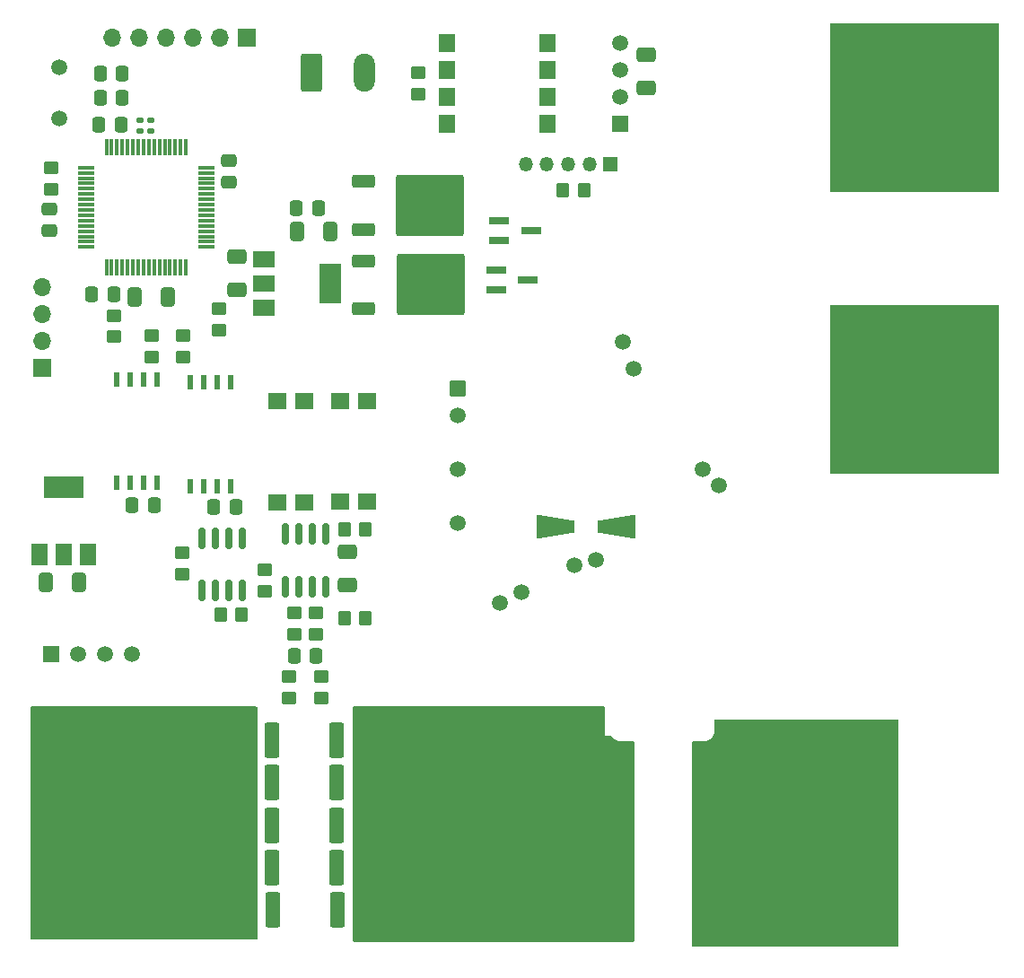
<source format=gbr>
%TF.GenerationSoftware,KiCad,Pcbnew,7.0.9*%
%TF.CreationDate,2024-06-20T22:38:46+05:30*%
%TF.ProjectId,BMS_Master,424d535f-4d61-4737-9465-722e6b696361,rev?*%
%TF.SameCoordinates,Original*%
%TF.FileFunction,Soldermask,Top*%
%TF.FilePolarity,Negative*%
%FSLAX46Y46*%
G04 Gerber Fmt 4.6, Leading zero omitted, Abs format (unit mm)*
G04 Created by KiCad (PCBNEW 7.0.9) date 2024-06-20 22:38:46*
%MOMM*%
%LPD*%
G01*
G04 APERTURE LIST*
G04 Aperture macros list*
%AMRoundRect*
0 Rectangle with rounded corners*
0 $1 Rounding radius*
0 $2 $3 $4 $5 $6 $7 $8 $9 X,Y pos of 4 corners*
0 Add a 4 corners polygon primitive as box body*
4,1,4,$2,$3,$4,$5,$6,$7,$8,$9,$2,$3,0*
0 Add four circle primitives for the rounded corners*
1,1,$1+$1,$2,$3*
1,1,$1+$1,$4,$5*
1,1,$1+$1,$6,$7*
1,1,$1+$1,$8,$9*
0 Add four rect primitives between the rounded corners*
20,1,$1+$1,$2,$3,$4,$5,0*
20,1,$1+$1,$4,$5,$6,$7,0*
20,1,$1+$1,$6,$7,$8,$9,0*
20,1,$1+$1,$8,$9,$2,$3,0*%
%AMOutline4P*
0 Free polygon, 4 corners , with rotation*
0 The origin of the aperture is its center*
0 number of corners: always 4*
0 $1 to $8 corner X, Y*
0 $9 Rotation angle, in degrees counterclockwise*
0 create outline with 4 corners*
4,1,4,$1,$2,$3,$4,$5,$6,$7,$8,$1,$2,$9*%
G04 Aperture macros list end*
%ADD10R,1.498600X1.498600*%
%ADD11C,1.498600*%
%ADD12R,0.558800X1.473200*%
%ADD13Outline4P,-1.800000X-1.150000X1.800000X-0.550000X1.800000X0.550000X-1.800000X1.150000X180.000000*%
%ADD14Outline4P,-1.800000X-1.150000X1.800000X-0.550000X1.800000X0.550000X-1.800000X1.150000X0.000000*%
%ADD15RoundRect,0.249999X-0.450001X-1.425001X0.450001X-1.425001X0.450001X1.425001X-0.450001X1.425001X0*%
%ADD16RoundRect,0.075000X-0.700000X-0.075000X0.700000X-0.075000X0.700000X0.075000X-0.700000X0.075000X0*%
%ADD17RoundRect,0.075000X-0.075000X-0.700000X0.075000X-0.700000X0.075000X0.700000X-0.075000X0.700000X0*%
%ADD18RoundRect,0.135000X0.185000X-0.135000X0.185000X0.135000X-0.185000X0.135000X-0.185000X-0.135000X0*%
%ADD19R,1.780000X1.500000*%
%ADD20R,1.900000X0.800000*%
%ADD21RoundRect,0.250000X-0.750000X-1.550000X0.750000X-1.550000X0.750000X1.550000X-0.750000X1.550000X0*%
%ADD22O,2.000000X3.600000*%
%ADD23RoundRect,0.250000X0.412500X0.650000X-0.412500X0.650000X-0.412500X-0.650000X0.412500X-0.650000X0*%
%ADD24RoundRect,0.135000X-0.185000X0.135000X-0.185000X-0.135000X0.185000X-0.135000X0.185000X0.135000X0*%
%ADD25RoundRect,0.250000X-0.450000X0.350000X-0.450000X-0.350000X0.450000X-0.350000X0.450000X0.350000X0*%
%ADD26RoundRect,0.250000X-0.850000X-0.350000X0.850000X-0.350000X0.850000X0.350000X-0.850000X0.350000X0*%
%ADD27RoundRect,0.249997X-2.950003X-2.650003X2.950003X-2.650003X2.950003X2.650003X-2.950003X2.650003X0*%
%ADD28R,2.000000X1.500000*%
%ADD29R,2.000000X3.800000*%
%ADD30RoundRect,0.150000X0.150000X-0.825000X0.150000X0.825000X-0.150000X0.825000X-0.150000X-0.825000X0*%
%ADD31RoundRect,0.250000X-0.350000X-0.450000X0.350000X-0.450000X0.350000X0.450000X-0.350000X0.450000X0*%
%ADD32RoundRect,0.250000X-0.475000X0.337500X-0.475000X-0.337500X0.475000X-0.337500X0.475000X0.337500X0*%
%ADD33RoundRect,0.250000X-0.337500X-0.475000X0.337500X-0.475000X0.337500X0.475000X-0.337500X0.475000X0*%
%ADD34RoundRect,0.250000X-0.650000X0.412500X-0.650000X-0.412500X0.650000X-0.412500X0.650000X0.412500X0*%
%ADD35R,1.700000X1.700000*%
%ADD36O,1.700000X1.700000*%
%ADD37RoundRect,0.250000X0.475000X-0.337500X0.475000X0.337500X-0.475000X0.337500X-0.475000X-0.337500X0*%
%ADD38RoundRect,0.250000X0.350000X0.450000X-0.350000X0.450000X-0.350000X-0.450000X0.350000X-0.450000X0*%
%ADD39C,16.800000*%
%ADD40RoundRect,0.250000X0.450000X-0.350000X0.450000X0.350000X-0.450000X0.350000X-0.450000X-0.350000X0*%
%ADD41C,1.500000*%
%ADD42R,15.000000X15.000000*%
%ADD43RoundRect,0.250000X0.337500X0.475000X-0.337500X0.475000X-0.337500X-0.475000X0.337500X-0.475000X0*%
%ADD44C,1.512000*%
%ADD45RoundRect,0.102000X-0.654000X0.654000X-0.654000X-0.654000X0.654000X-0.654000X0.654000X0.654000X0*%
%ADD46RoundRect,0.250000X0.650000X-0.412500X0.650000X0.412500X-0.650000X0.412500X-0.650000X-0.412500X0*%
%ADD47RoundRect,0.250000X-0.412500X-0.650000X0.412500X-0.650000X0.412500X0.650000X-0.412500X0.650000X0*%
%ADD48R,1.350000X1.350000*%
%ADD49O,1.350000X1.350000*%
%ADD50R,1.500000X2.000000*%
%ADD51R,3.800000X2.000000*%
%ADD52R,16.000000X16.000000*%
%ADD53R,1.520000X1.780000*%
%ADD54R,1.520000X1.750000*%
G04 APERTURE END LIST*
D10*
%TO.C,U17*%
X190580000Y-117838200D03*
D11*
X193120000Y-117838200D03*
X195660000Y-117838200D03*
X198200000Y-117838200D03*
%TD*%
D10*
%TO.C,U15*%
X244208200Y-67810000D03*
D11*
X244208200Y-65270000D03*
X244208200Y-62730000D03*
X244208200Y-60190000D03*
%TD*%
D12*
%TO.C,U9*%
X196695000Y-101676800D03*
X197965000Y-101676800D03*
X199235000Y-101676800D03*
X200505000Y-101676800D03*
X200505000Y-91923200D03*
X199235000Y-91923200D03*
X197965000Y-91923200D03*
X196695000Y-91923200D03*
%TD*%
%TO.C,U7*%
X203690000Y-102000000D03*
X204960000Y-102000000D03*
X206230000Y-102000000D03*
X207500000Y-102000000D03*
X207500000Y-92246400D03*
X206230000Y-92246400D03*
X204960000Y-92246400D03*
X203690000Y-92246400D03*
%TD*%
D13*
%TO.C,D4*%
X243900000Y-105800000D03*
D14*
X238100000Y-105800000D03*
%TD*%
D15*
%TO.C,R6*%
X211400000Y-126000000D03*
X217500000Y-126000000D03*
%TD*%
D16*
%TO.C,U13*%
X193825000Y-71950000D03*
X193825000Y-72450000D03*
X193825000Y-72950000D03*
X193825000Y-73450000D03*
X193825000Y-73950000D03*
X193825000Y-74450000D03*
X193825000Y-74950000D03*
X193825000Y-75450000D03*
X193825000Y-75950000D03*
X193825000Y-76450000D03*
X193825000Y-76950000D03*
X193825000Y-77450000D03*
X193825000Y-77950000D03*
X193825000Y-78450000D03*
X193825000Y-78950000D03*
X193825000Y-79450000D03*
D17*
X195750000Y-81375000D03*
X196250000Y-81375000D03*
X196750000Y-81375000D03*
X197250000Y-81375000D03*
X197750000Y-81375000D03*
X198250000Y-81375000D03*
X198750000Y-81375000D03*
X199250000Y-81375000D03*
X199750000Y-81375000D03*
X200250000Y-81375000D03*
X200750000Y-81375000D03*
X201250000Y-81375000D03*
X201750000Y-81375000D03*
X202250000Y-81375000D03*
X202750000Y-81375000D03*
X203250000Y-81375000D03*
D16*
X205175000Y-79450000D03*
X205175000Y-78950000D03*
X205175000Y-78450000D03*
X205175000Y-77950000D03*
X205175000Y-77450000D03*
X205175000Y-76950000D03*
X205175000Y-76450000D03*
X205175000Y-75950000D03*
X205175000Y-75450000D03*
X205175000Y-74950000D03*
X205175000Y-74450000D03*
X205175000Y-73950000D03*
X205175000Y-73450000D03*
X205175000Y-72950000D03*
X205175000Y-72450000D03*
X205175000Y-71950000D03*
D17*
X203250000Y-70025000D03*
X202750000Y-70025000D03*
X202250000Y-70025000D03*
X201750000Y-70025000D03*
X201250000Y-70025000D03*
X200750000Y-70025000D03*
X200250000Y-70025000D03*
X199750000Y-70025000D03*
X199250000Y-70025000D03*
X198750000Y-70025000D03*
X198250000Y-70025000D03*
X197750000Y-70025000D03*
X197250000Y-70025000D03*
X196750000Y-70025000D03*
X196250000Y-70025000D03*
X195750000Y-70025000D03*
%TD*%
D18*
%TO.C,R38*%
X199900000Y-68510000D03*
X199900000Y-67490000D03*
%TD*%
D19*
%TO.C,U5*%
X217800000Y-103500000D03*
X220340000Y-103500000D03*
X220340000Y-93970000D03*
X217800000Y-93970000D03*
%TD*%
D20*
%TO.C,Q2*%
X232800000Y-76950000D03*
X232800000Y-78850000D03*
X235800000Y-77900000D03*
%TD*%
D21*
%TO.C,J1*%
X215100000Y-63000000D03*
D22*
X220100000Y-63000000D03*
%TD*%
D19*
%TO.C,U6*%
X211860000Y-103530000D03*
X214400000Y-103530000D03*
X214400000Y-94000000D03*
X211860000Y-94000000D03*
%TD*%
D23*
%TO.C,C15*%
X193155000Y-111080000D03*
X190030000Y-111080000D03*
%TD*%
D24*
%TO.C,R39*%
X198900000Y-67490000D03*
X198900000Y-68510000D03*
%TD*%
D25*
%TO.C,R18*%
X202905000Y-108325000D03*
X202905000Y-110325000D03*
%TD*%
D26*
%TO.C,U1*%
X220000000Y-73260000D03*
D27*
X226300000Y-75540000D03*
D26*
X220000000Y-77820000D03*
%TD*%
D28*
%TO.C,U12*%
X210600000Y-80600000D03*
X210600000Y-82900000D03*
D29*
X216900000Y-82900000D03*
D28*
X210600000Y-85200000D03*
%TD*%
D30*
%TO.C,U4*%
X204795000Y-111875000D03*
X206065000Y-111875000D03*
X207335000Y-111875000D03*
X208605000Y-111875000D03*
X208605000Y-106925000D03*
X207335000Y-106925000D03*
X206065000Y-106925000D03*
X204795000Y-106925000D03*
%TD*%
D31*
%TO.C,R19*%
X218200000Y-106100000D03*
X220200000Y-106100000D03*
%TD*%
D32*
%TO.C,C32*%
X190400000Y-75825000D03*
X190400000Y-77900000D03*
%TD*%
D15*
%TO.C,R9*%
X211400000Y-138000000D03*
X217500000Y-138000000D03*
%TD*%
%TO.C,R10*%
X211450000Y-142000000D03*
X217550000Y-142000000D03*
%TD*%
D33*
%TO.C,C30*%
X195162500Y-63100000D03*
X197237500Y-63100000D03*
%TD*%
D20*
%TO.C,Q1*%
X232500000Y-81600000D03*
X232500000Y-83500000D03*
X235500000Y-82550000D03*
%TD*%
D34*
%TO.C,C34*%
X246700000Y-61337500D03*
X246700000Y-64462500D03*
%TD*%
D25*
%TO.C,R13*%
X215500000Y-114000000D03*
X215500000Y-116000000D03*
%TD*%
D15*
%TO.C,R8*%
X211400000Y-134000000D03*
X217500000Y-134000000D03*
%TD*%
D35*
%TO.C,J2*%
X189700000Y-90820000D03*
D36*
X189700000Y-88280000D03*
X189700000Y-85740000D03*
X189700000Y-83200000D03*
%TD*%
D25*
%TO.C,R14*%
X213500000Y-114000000D03*
X213500000Y-116000000D03*
%TD*%
D33*
%TO.C,C31*%
X195162500Y-65400000D03*
X197237500Y-65400000D03*
%TD*%
%TO.C,C29*%
X213662500Y-75800000D03*
X215737500Y-75800000D03*
%TD*%
D37*
%TO.C,C26*%
X207300000Y-73337500D03*
X207300000Y-71262500D03*
%TD*%
D38*
%TO.C,R15*%
X220200000Y-114500000D03*
X218200000Y-114500000D03*
%TD*%
D25*
%TO.C,R23*%
X206400000Y-85300000D03*
X206400000Y-87300000D03*
%TD*%
D31*
%TO.C,R17*%
X206505000Y-114125000D03*
X208505000Y-114125000D03*
%TD*%
D25*
%TO.C,R24*%
X196500000Y-85900000D03*
X196500000Y-87900000D03*
%TD*%
D34*
%TO.C,C6*%
X218500000Y-108175000D03*
X218500000Y-111300000D03*
%TD*%
D39*
%TO.C,H1*%
X200000000Y-134000000D03*
%TD*%
D25*
%TO.C,R33*%
X225200000Y-63000000D03*
X225200000Y-65000000D03*
%TD*%
D40*
%TO.C,R11*%
X213000000Y-122000000D03*
X213000000Y-120000000D03*
%TD*%
D26*
%TO.C,U2*%
X220025000Y-80735000D03*
D27*
X226325000Y-83015000D03*
D26*
X220025000Y-85295000D03*
%TD*%
D41*
%TO.C,K1*%
X239900000Y-109500000D03*
X241900000Y-109000000D03*
X232900000Y-113000000D03*
X234900000Y-112000000D03*
D42*
X234900000Y-137500000D03*
X261500000Y-137500000D03*
%TD*%
D43*
%TO.C,C14*%
X200237500Y-103800000D03*
X198162500Y-103800000D03*
%TD*%
D25*
%TO.C,R29*%
X190500000Y-72000000D03*
X190500000Y-74000000D03*
%TD*%
D15*
%TO.C,R7*%
X211400000Y-130000000D03*
X217500000Y-130000000D03*
%TD*%
D44*
%TO.C,IC1*%
X228910000Y-95380000D03*
X228910000Y-100460000D03*
D45*
X228910000Y-92840000D03*
D44*
X228910000Y-105540000D03*
%TD*%
D46*
%TO.C,C21*%
X208100000Y-83462500D03*
X208100000Y-80337500D03*
%TD*%
D23*
%TO.C,C22*%
X216862500Y-78000000D03*
X213737500Y-78000000D03*
%TD*%
D47*
%TO.C,C23*%
X198437500Y-84200000D03*
X201562500Y-84200000D03*
%TD*%
D43*
%TO.C,C8*%
X207937500Y-104000000D03*
X205862500Y-104000000D03*
%TD*%
D31*
%TO.C,R36*%
X238800000Y-74100000D03*
X240800000Y-74100000D03*
%TD*%
D25*
%TO.C,R22*%
X203000000Y-87800000D03*
X203000000Y-89800000D03*
%TD*%
D41*
%TO.C,Y1*%
X191300000Y-62450000D03*
X191300000Y-67330000D03*
%TD*%
D48*
%TO.C,J4*%
X243300000Y-71600000D03*
D49*
X241300000Y-71600000D03*
X239300000Y-71600000D03*
X237300000Y-71600000D03*
X235300000Y-71600000D03*
%TD*%
D50*
%TO.C,U8*%
X194030000Y-108430000D03*
D51*
X191730000Y-102130000D03*
D50*
X191730000Y-108430000D03*
X189430000Y-108430000D03*
%TD*%
D41*
%TO.C,K2*%
X245500000Y-90900000D03*
X244500000Y-88400000D03*
X253500000Y-101900000D03*
X252000000Y-100400000D03*
D52*
X272000000Y-92900000D03*
X272000000Y-66300000D03*
%TD*%
D43*
%TO.C,C24*%
X196437500Y-83900000D03*
X194362500Y-83900000D03*
%TD*%
D33*
%TO.C,C5*%
X213462500Y-118000000D03*
X215537500Y-118000000D03*
%TD*%
D35*
%TO.C,J3*%
X208980000Y-59700000D03*
D36*
X206440000Y-59700000D03*
X203900000Y-59700000D03*
X201360000Y-59700000D03*
X198820000Y-59700000D03*
X196280000Y-59700000D03*
%TD*%
D25*
%TO.C,R21*%
X200000000Y-87800000D03*
X200000000Y-89800000D03*
%TD*%
D53*
%TO.C,U10*%
X227840000Y-60190000D03*
D54*
X227840000Y-62730000D03*
D53*
X227840000Y-65270000D03*
X227840000Y-67810000D03*
X237360000Y-67810000D03*
X237360000Y-65270000D03*
X237360000Y-62730000D03*
X237360000Y-60190000D03*
%TD*%
D40*
%TO.C,R12*%
X216000000Y-122000000D03*
X216000000Y-120000000D03*
%TD*%
D25*
%TO.C,R16*%
X210700000Y-109900000D03*
X210700000Y-111900000D03*
%TD*%
D30*
%TO.C,U3*%
X212595000Y-111475000D03*
X213865000Y-111475000D03*
X215135000Y-111475000D03*
X216405000Y-111475000D03*
X216405000Y-106525000D03*
X215135000Y-106525000D03*
X213865000Y-106525000D03*
X212595000Y-106525000D03*
%TD*%
D43*
%TO.C,C27*%
X197137500Y-67900000D03*
X195062500Y-67900000D03*
%TD*%
G36*
X209943039Y-122819685D02*
G01*
X209988794Y-122872489D01*
X210000000Y-122924000D01*
X210000000Y-144676000D01*
X209980315Y-144743039D01*
X209927511Y-144788794D01*
X209876000Y-144800000D01*
X188724000Y-144800000D01*
X188656961Y-144780315D01*
X188611206Y-144727511D01*
X188600000Y-144676000D01*
X188600000Y-122924000D01*
X188619685Y-122856961D01*
X188672489Y-122811206D01*
X188724000Y-122800000D01*
X209876000Y-122800000D01*
X209943039Y-122819685D01*
G37*
G36*
X242743039Y-122819685D02*
G01*
X242788794Y-122872489D01*
X242800000Y-122924000D01*
X242800000Y-125600000D01*
X243365120Y-125600000D01*
X243432159Y-125619685D01*
X243464245Y-125651205D01*
X243464665Y-125650861D01*
X243467865Y-125654760D01*
X243468225Y-125655114D01*
X243468530Y-125655570D01*
X243592892Y-125807107D01*
X243744428Y-125931468D01*
X243744435Y-125931473D01*
X243917309Y-126023876D01*
X243917312Y-126023877D01*
X244104913Y-126080785D01*
X244104909Y-126080785D01*
X244300003Y-126100000D01*
X245476000Y-126100000D01*
X245543039Y-126119685D01*
X245588794Y-126172489D01*
X245600000Y-126224000D01*
X245600000Y-144876000D01*
X245580315Y-144943039D01*
X245527511Y-144988794D01*
X245476000Y-145000000D01*
X219124000Y-145000000D01*
X219056961Y-144980315D01*
X219011206Y-144927511D01*
X219000000Y-144876000D01*
X219000000Y-122924000D01*
X219019685Y-122856961D01*
X219072489Y-122811206D01*
X219124000Y-122800000D01*
X242676000Y-122800000D01*
X242743039Y-122819685D01*
G37*
G36*
X270443039Y-124019685D02*
G01*
X270488794Y-124072489D01*
X270500000Y-124124000D01*
X270500000Y-145376000D01*
X270480315Y-145443039D01*
X270427511Y-145488794D01*
X270376000Y-145500000D01*
X251124000Y-145500000D01*
X251056961Y-145480315D01*
X251011206Y-145427511D01*
X251000000Y-145376000D01*
X251000000Y-126224000D01*
X251019685Y-126156961D01*
X251072489Y-126111206D01*
X251124000Y-126100000D01*
X252099997Y-126100000D01*
X252295088Y-126080785D01*
X252482687Y-126023877D01*
X252482690Y-126023876D01*
X252655564Y-125931473D01*
X252655571Y-125931468D01*
X252807107Y-125807107D01*
X252931468Y-125655571D01*
X252931473Y-125655564D01*
X253023876Y-125482690D01*
X253023877Y-125482687D01*
X253080785Y-125295088D01*
X253100000Y-125099996D01*
X253100000Y-124124000D01*
X253119685Y-124056961D01*
X253172489Y-124011206D01*
X253224000Y-124000000D01*
X270376000Y-124000000D01*
X270443039Y-124019685D01*
G37*
M02*

</source>
